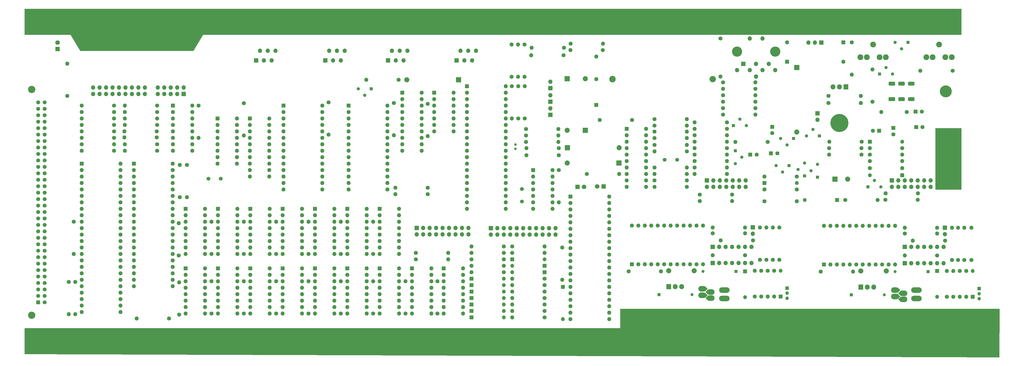
<source format=gbr>
%TF.GenerationSoftware,KiCad,Pcbnew,8.0.6+1*%
%TF.CreationDate,2024-11-20T11:24:00+01:00*%
%TF.ProjectId,QL_schematic,514c5f73-6368-4656-9d61-7469632e6b69,0*%
%TF.SameCoordinates,Original*%
%TF.FileFunction,Soldermask,Top*%
%TF.FilePolarity,Negative*%
%FSLAX46Y46*%
G04 Gerber Fmt 4.6, Leading zero omitted, Abs format (unit mm)*
G04 Created by KiCad (PCBNEW 8.0.6+1) date 2024-11-20 11:24:00*
%MOMM*%
%LPD*%
G01*
G04 APERTURE LIST*
G04 Aperture macros list*
%AMRoundRect*
0 Rectangle with rounded corners*
0 $1 Rounding radius*
0 $2 $3 $4 $5 $6 $7 $8 $9 X,Y pos of 4 corners*
0 Add a 4 corners polygon primitive as box body*
4,1,4,$2,$3,$4,$5,$6,$7,$8,$9,$2,$3,0*
0 Add four circle primitives for the rounded corners*
1,1,$1+$1,$2,$3*
1,1,$1+$1,$4,$5*
1,1,$1+$1,$6,$7*
1,1,$1+$1,$8,$9*
0 Add four rect primitives between the rounded corners*
20,1,$1+$1,$2,$3,$4,$5,0*
20,1,$1+$1,$4,$5,$6,$7,0*
20,1,$1+$1,$6,$7,$8,$9,0*
20,1,$1+$1,$8,$9,$2,$3,0*%
%AMRotRect*
0 Rectangle, with rotation*
0 The origin of the aperture is its center*
0 $1 length*
0 $2 width*
0 $3 Rotation angle, in degrees counterclockwise*
0 Add horizontal line*
21,1,$1,$2,0,0,$3*%
G04 Aperture macros list end*
%ADD10C,0.100000*%
%ADD11C,3.581000*%
%ADD12C,2.350446*%
%ADD13R,1.905000X2.000000*%
%ADD14O,1.905000X2.000000*%
%ADD15C,1.600000*%
%ADD16O,1.600000X1.600000*%
%ADD17R,1.600000X1.600000*%
%ADD18C,2.286000*%
%ADD19R,1.200000X1.200000*%
%ADD20C,1.200000*%
%ADD21R,1.500000X1.500000*%
%ADD22O,1.500000X1.500000*%
%ADD23R,1.700000X1.700000*%
%ADD24O,1.700000X1.700000*%
%ADD25R,1.350000X1.350000*%
%ADD26O,1.350000X1.350000*%
%ADD27RotRect,1.500000X1.500000X45.000000*%
%ADD28RoundRect,1.100000X0.400000X0.000010X-0.400000X0.000010X-0.400000X-0.000010X0.400000X-0.000010X0*%
%ADD29RoundRect,1.100000X-0.400000X-0.000010X0.400000X-0.000010X0.400000X0.000010X-0.400000X0.000010X0*%
%ADD30R,1.300000X1.300000*%
%ADD31C,1.300000*%
%ADD32R,2.000000X2.000000*%
%ADD33O,2.000000X2.000000*%
%ADD34C,1.000000*%
%ADD35RoundRect,1.100000X-0.975000X-0.000010X0.975000X-0.000010X0.975000X0.000010X-0.975000X0.000010X0*%
%ADD36R,1.800000X1.800000*%
%ADD37C,1.800000*%
%ADD38RoundRect,0.500000X-2.000000X-0.350000X2.000000X-0.350000X2.000000X0.350000X-2.000000X0.350000X0*%
%ADD39O,4.000000X4.000000*%
%ADD40C,2.000000*%
%ADD41C,1.500000*%
%ADD42C,2.850000*%
%ADD43RoundRect,0.249999X-0.525001X0.525001X-0.525001X-0.525001X0.525001X-0.525001X0.525001X0.525001X0*%
%ADD44C,1.550000*%
%ADD45O,2.500000X2.600000*%
%ADD46O,2.500000X2.500000*%
%ADD47R,2.600000X1.600000*%
%ADD48RoundRect,0.500000X0.800000X0.300000X-0.800000X0.300000X-0.800000X-0.300000X0.800000X-0.300000X0*%
G04 APERTURE END LIST*
D10*
X391160000Y-91440000D02*
X93345000Y-91440000D01*
X89535000Y-97790000D01*
X45085000Y-97790000D01*
X41275000Y-91440000D01*
X23241000Y-91440000D01*
X23241000Y-81280000D01*
X391160000Y-81280000D01*
X391160000Y-91440000D01*
G36*
X391160000Y-91440000D02*
G01*
X93345000Y-91440000D01*
X89535000Y-97790000D01*
X45085000Y-97790000D01*
X41275000Y-91440000D01*
X23241000Y-91440000D01*
X23241000Y-81280000D01*
X391160000Y-81280000D01*
X391160000Y-91440000D01*
G37*
D11*
X345071500Y-126238000D02*
G75*
G02*
X341490500Y-126238000I-1790500J0D01*
G01*
X341490500Y-126238000D02*
G75*
G02*
X345071500Y-126238000I1790500J0D01*
G01*
D10*
X381000000Y-128270000D02*
X391160000Y-128270000D01*
X391160000Y-152400000D01*
X381000000Y-152400000D01*
X381000000Y-128270000D01*
G36*
X381000000Y-128270000D02*
G01*
X391160000Y-128270000D01*
X391160000Y-152400000D01*
X381000000Y-152400000D01*
X381000000Y-128270000D01*
G37*
X406019000Y-218440000D02*
X23241000Y-217170000D01*
X23241000Y-207010000D01*
X257175000Y-207010000D01*
X257175000Y-199390000D01*
X406146000Y-199390000D01*
X406019000Y-218440000D01*
G36*
X406019000Y-218440000D02*
G01*
X23241000Y-217170000D01*
X23241000Y-207010000D01*
X257175000Y-207010000D01*
X257175000Y-199390000D01*
X406146000Y-199390000D01*
X406019000Y-218440000D01*
G37*
%TO.C,S3*%
D12*
X386239223Y-113792000D02*
G75*
G02*
X383888777Y-113792000I-1175223J0D01*
G01*
X383888777Y-113792000D02*
G75*
G02*
X386239223Y-113792000I1175223J0D01*
G01*
%TD*%
D13*
%TO.C,IC31*%
X276225000Y-190683000D03*
D14*
X278765000Y-190683000D03*
X281305000Y-190683000D03*
%TD*%
D15*
%TO.C,R47*%
X58420000Y-137160000D03*
D16*
X45720000Y-137160000D03*
%TD*%
D17*
%TO.C,C22*%
X358902000Y-129286000D03*
D15*
X356402000Y-129286000D03*
%TD*%
%TO.C,R56*%
X297585000Y-115310000D03*
D16*
X310285000Y-115310000D03*
%TD*%
D15*
%TO.C,R62*%
X211455000Y-185039000D03*
D16*
X198755000Y-185039000D03*
%TD*%
D18*
%TO.C,J10*%
X382397000Y-95330000D03*
X387397000Y-100330000D03*
X384897000Y-100330000D03*
X377397000Y-100330000D03*
X379897000Y-100330000D03*
%TD*%
D15*
%TO.C,C31*%
X283337000Y-137414000D03*
D16*
X270637000Y-137414000D03*
%TD*%
D19*
%TO.C,C10*%
X347980000Y-193929000D03*
D20*
X360934000Y-193929000D03*
%TD*%
D21*
%TO.C,D2*%
X227457000Y-182499000D03*
D22*
X214757000Y-182499000D03*
%TD*%
D23*
%TO.C,J201*%
X368935000Y-175006000D03*
D24*
X371475000Y-175006000D03*
X374015000Y-175006000D03*
X376555000Y-175006000D03*
X379095000Y-175006000D03*
X381635000Y-175006000D03*
X384175000Y-175006000D03*
%TD*%
D15*
%TO.C,R86*%
X244094000Y-146304000D03*
D16*
X256794000Y-146304000D03*
%TD*%
D15*
%TO.C,R48*%
X233045000Y-138938000D03*
D16*
X220345000Y-138938000D03*
%TD*%
D15*
%TO.C,R21*%
X227457000Y-195199000D03*
D16*
X214757000Y-195199000D03*
%TD*%
D25*
%TO.C,SW2*%
X398145000Y-191453000D03*
D26*
X398145000Y-193453000D03*
X398145000Y-195453000D03*
%TD*%
D21*
%TO.C,D1*%
X227457000Y-185039000D03*
D22*
X214757000Y-185039000D03*
%TD*%
D17*
%TO.C,IC5*%
X137287000Y-160020000D03*
D16*
X137287000Y-162560000D03*
X137287000Y-165100000D03*
X137287000Y-167640000D03*
X137287000Y-170180000D03*
X137287000Y-172720000D03*
X137287000Y-175260000D03*
X137287000Y-177800000D03*
X144907000Y-177800000D03*
X144907000Y-175260000D03*
X144907000Y-172720000D03*
X144907000Y-170180000D03*
X144907000Y-167640000D03*
X144907000Y-165100000D03*
X144907000Y-162560000D03*
X144907000Y-160020000D03*
%TD*%
D15*
%TO.C,R10*%
X235077000Y-96647000D03*
D16*
X222377000Y-96647000D03*
%TD*%
D17*
%TO.C,C41*%
X373166000Y-121793000D03*
D15*
X375666000Y-121793000D03*
%TD*%
%TO.C,R78*%
X75311000Y-134620000D03*
D16*
X62611000Y-134620000D03*
%TD*%
D15*
%TO.C,R44*%
X306197000Y-167386000D03*
D16*
X293497000Y-167386000D03*
%TD*%
D15*
%TO.C,DC24*%
X147447000Y-201295000D03*
D16*
X147447000Y-188595000D03*
%TD*%
D27*
%TO.C,L2*%
X290449000Y-191516000D03*
D28*
X289399000Y-191516000D03*
D27*
X291719000Y-192786000D03*
D29*
X292769000Y-192786000D03*
D27*
X290449000Y-194056000D03*
D28*
X289399000Y-194056000D03*
D27*
X291719000Y-195199000D03*
D29*
X292769000Y-195199000D03*
%TD*%
D15*
%TO.C,R29*%
X355219000Y-141224000D03*
D16*
X367919000Y-141224000D03*
%TD*%
D15*
%TO.C,C32*%
X286385000Y-143764000D03*
D16*
X299085000Y-143764000D03*
%TD*%
D15*
%TO.C,C48*%
X234950000Y-99568000D03*
D16*
X222250000Y-99568000D03*
%TD*%
D15*
%TO.C,C49*%
X319659000Y-180086000D03*
D16*
X319659000Y-167386000D03*
%TD*%
D30*
%TO.C,TR7*%
X329565000Y-147066000D03*
D31*
X327025000Y-144526000D03*
X329565000Y-141986000D03*
%TD*%
D15*
%TO.C,R58*%
X297585000Y-120390000D03*
D16*
X310285000Y-120390000D03*
%TD*%
D15*
%TO.C,R17*%
X220218000Y-128651000D03*
D16*
X232918000Y-128651000D03*
%TD*%
D15*
%TO.C,R20*%
X227457000Y-197739000D03*
D16*
X214757000Y-197739000D03*
%TD*%
D17*
%TO.C,IC16*%
X175387000Y-183515000D03*
D16*
X175387000Y-186055000D03*
X175387000Y-188595000D03*
X175387000Y-191135000D03*
X175387000Y-193675000D03*
X175387000Y-196215000D03*
X175387000Y-198755000D03*
X175387000Y-201295000D03*
X183007000Y-201295000D03*
X183007000Y-198755000D03*
X183007000Y-196215000D03*
X183007000Y-193675000D03*
X183007000Y-191135000D03*
X183007000Y-188595000D03*
X183007000Y-186055000D03*
X183007000Y-183515000D03*
%TD*%
D15*
%TO.C,R90*%
X217170000Y-124460000D03*
D16*
X217170000Y-111760000D03*
%TD*%
D15*
%TO.C,C19*%
X326517000Y-152400000D03*
D16*
X313817000Y-152400000D03*
%TD*%
D21*
%TO.C,D16*%
X313817000Y-149860000D03*
D22*
X326517000Y-149860000D03*
%TD*%
D15*
%TO.C,R49*%
X315087000Y-133705600D03*
D16*
X302387000Y-133705600D03*
%TD*%
D17*
%TO.C,IC13*%
X137287000Y-183515000D03*
D16*
X137287000Y-186055000D03*
X137287000Y-188595000D03*
X137287000Y-191135000D03*
X137287000Y-193675000D03*
X137287000Y-196215000D03*
X137287000Y-198755000D03*
X137287000Y-201295000D03*
X144907000Y-201295000D03*
X144907000Y-198755000D03*
X144907000Y-196215000D03*
X144907000Y-193675000D03*
X144907000Y-191135000D03*
X144907000Y-188595000D03*
X144907000Y-186055000D03*
X144907000Y-183515000D03*
%TD*%
D15*
%TO.C,DC20*%
X96647000Y-201295000D03*
D16*
X96647000Y-188595000D03*
%TD*%
D15*
%TO.C,C50*%
X395097000Y-180213000D03*
D16*
X395097000Y-167513000D03*
%TD*%
D15*
%TO.C,R32*%
X288417000Y-156972000D03*
D16*
X301117000Y-156972000D03*
%TD*%
D32*
%TO.C,C37*%
X326567800Y-104444800D03*
D33*
X326567800Y-129844800D03*
%TD*%
D15*
%TO.C,DC26*%
X172847000Y-201295000D03*
D16*
X172847000Y-188595000D03*
%TD*%
D23*
%TO.C,J6*%
X192913000Y-101600000D03*
D24*
X194437000Y-97790000D03*
X195961000Y-101600000D03*
X197485000Y-97790000D03*
X199009000Y-101600000D03*
X200533000Y-97790000D03*
%TD*%
D23*
%TO.C,M2*%
X309245000Y-167335200D03*
D24*
X309245000Y-169875200D03*
%TD*%
D15*
%TO.C,R92_2*%
X40005000Y-115570000D03*
D16*
X40005000Y-102870000D03*
%TD*%
D21*
%TO.C,D14*%
X306197000Y-184650000D03*
D22*
X306197000Y-194810000D03*
%TD*%
D30*
%TO.C,TR2*%
X370205000Y-94488000D03*
D31*
X367665000Y-97028000D03*
X365125000Y-94488000D03*
%TD*%
D15*
%TO.C,DC5*%
X181610000Y-118745000D03*
D16*
X181610000Y-131445000D03*
%TD*%
D15*
%TO.C,R92*%
X219583000Y-95377000D03*
D16*
X219583000Y-108077000D03*
%TD*%
D23*
%TO.C,HDB1*%
X291211000Y-148844000D03*
D24*
X293751000Y-148844000D03*
X296291000Y-148844000D03*
X298831000Y-148844000D03*
X301371000Y-148844000D03*
X303911000Y-148844000D03*
X306451000Y-148844000D03*
X291211000Y-151384000D03*
X293751000Y-151384000D03*
X296291000Y-151384000D03*
X298831000Y-151384000D03*
X301371000Y-151384000D03*
X303911000Y-151384000D03*
X306451000Y-151384000D03*
%TD*%
D15*
%TO.C,R63*%
X211455000Y-182499000D03*
D16*
X198755000Y-182499000D03*
%TD*%
D17*
%TO.C,C21*%
X308269000Y-138684000D03*
D15*
X310769000Y-138684000D03*
%TD*%
D23*
%TO.C,J2*%
X85725000Y-114845000D03*
D24*
X85725000Y-112305000D03*
X83185000Y-114845000D03*
X83185000Y-112305000D03*
X80645000Y-114845000D03*
X80645000Y-112305000D03*
X78105000Y-114845000D03*
X78105000Y-112305000D03*
X75565000Y-114845000D03*
X75565000Y-112305000D03*
X70485000Y-114845000D03*
X70485000Y-112305000D03*
X67945000Y-114845000D03*
X67945000Y-112305000D03*
X65405000Y-114845000D03*
X65405000Y-112305000D03*
X62865000Y-114845000D03*
X62865000Y-112305000D03*
X60325000Y-114845000D03*
X60325000Y-112305000D03*
X57785000Y-114845000D03*
X57785000Y-112305000D03*
X55245000Y-114845000D03*
X55245000Y-112305000D03*
X52705000Y-114845000D03*
X52705000Y-112305000D03*
X50165000Y-114845000D03*
X50165000Y-112305000D03*
%TD*%
D15*
%TO.C,C13*%
X312039000Y-180086000D03*
D16*
X312039000Y-167386000D03*
%TD*%
D15*
%TO.C,R74*%
X75184000Y-129540000D03*
D16*
X62484000Y-129540000D03*
%TD*%
D15*
%TO.C,C16*%
X368935000Y-169799000D03*
D16*
X381635000Y-169799000D03*
%TD*%
D15*
%TO.C,C34*%
X286385000Y-138684000D03*
D16*
X299085000Y-138684000D03*
%TD*%
D21*
%TO.C,D3*%
X214757000Y-179959000D03*
D22*
X227457000Y-179959000D03*
%TD*%
D15*
%TO.C,C43*%
X270637000Y-124714000D03*
D16*
X283337000Y-124714000D03*
%TD*%
D30*
%TO.C,TR5*%
X334645000Y-147574000D03*
D31*
X332105000Y-145034000D03*
X334645000Y-142494000D03*
%TD*%
D17*
%TO.C,IC18*%
X45720000Y-142240000D03*
D16*
X45720000Y-144780000D03*
X45720000Y-147320000D03*
X45720000Y-149860000D03*
X45720000Y-152400000D03*
X45720000Y-154940000D03*
X45720000Y-157480000D03*
X45720000Y-160020000D03*
X45720000Y-162560000D03*
X45720000Y-165100000D03*
X45720000Y-167640000D03*
X45720000Y-170180000D03*
X45720000Y-172720000D03*
X45720000Y-175260000D03*
X45720000Y-177800000D03*
X45720000Y-180340000D03*
X45720000Y-182880000D03*
X45720000Y-185420000D03*
X45720000Y-187960000D03*
X45720000Y-190500000D03*
X45720000Y-193040000D03*
X45720000Y-195580000D03*
X45720000Y-198120000D03*
X45720000Y-200660000D03*
X60960000Y-200660000D03*
X60960000Y-198120000D03*
X60960000Y-195580000D03*
X60960000Y-193040000D03*
X60960000Y-190500000D03*
X60960000Y-187960000D03*
X60960000Y-185420000D03*
X60960000Y-182880000D03*
X60960000Y-180340000D03*
X60960000Y-177800000D03*
X60960000Y-175260000D03*
X60960000Y-172720000D03*
X60960000Y-170180000D03*
X60960000Y-167640000D03*
X60960000Y-165100000D03*
X60960000Y-162560000D03*
X60960000Y-160020000D03*
X60960000Y-157480000D03*
X60960000Y-154940000D03*
X60960000Y-152400000D03*
X60960000Y-149860000D03*
X60960000Y-147320000D03*
X60960000Y-144780000D03*
X60960000Y-142240000D03*
%TD*%
D15*
%TO.C,C20*%
X361442000Y-153924000D03*
D16*
X374142000Y-153924000D03*
%TD*%
D17*
%TO.C,IC28*%
X259715000Y-128524000D03*
D16*
X259715000Y-131064000D03*
X259715000Y-133604000D03*
X259715000Y-136144000D03*
X259715000Y-138684000D03*
X259715000Y-141224000D03*
X259715000Y-143764000D03*
X259715000Y-146304000D03*
X259715000Y-148844000D03*
X259715000Y-151384000D03*
X267335000Y-151384000D03*
X267335000Y-148844000D03*
X267335000Y-146304000D03*
X267335000Y-143764000D03*
X267335000Y-141224000D03*
X267335000Y-138684000D03*
X267335000Y-136144000D03*
X267335000Y-133604000D03*
X267335000Y-131064000D03*
X267335000Y-128524000D03*
%TD*%
D15*
%TO.C,DC27*%
X185420000Y-201295000D03*
D16*
X185420000Y-188595000D03*
%TD*%
D23*
%TO.C,J4*%
X141351000Y-101600000D03*
D24*
X142875000Y-97790000D03*
X144399000Y-101600000D03*
X145923000Y-97790000D03*
X147447000Y-101600000D03*
X148971000Y-97790000D03*
%TD*%
D19*
%TO.C,C11*%
X302641000Y-184658000D03*
D20*
X289687000Y-184658000D03*
%TD*%
D15*
%TO.C,C26*%
X270637000Y-143764000D03*
D16*
X283337000Y-143764000D03*
%TD*%
D17*
%TO.C,C47*%
X364490000Y-128207888D03*
D15*
X364490000Y-130707888D03*
%TD*%
%TO.C,R18*%
X227457000Y-202819000D03*
D16*
X214757000Y-202819000D03*
%TD*%
D15*
%TO.C,C5*%
X306197000Y-178308000D03*
D16*
X293497000Y-178308000D03*
%TD*%
D15*
%TO.C,C46*%
X345567000Y-156591000D03*
D16*
X358267000Y-156591000D03*
%TD*%
D15*
%TO.C,R61*%
X237744000Y-94996000D03*
D16*
X250444000Y-94996000D03*
%TD*%
D15*
%TO.C,R23*%
X227457000Y-190119000D03*
D16*
X214757000Y-190119000D03*
%TD*%
D15*
%TO.C,R57*%
X297585000Y-117850000D03*
D16*
X310285000Y-117850000D03*
%TD*%
D15*
%TO.C,DC3*%
X142621000Y-118110000D03*
D16*
X142621000Y-130810000D03*
%TD*%
D34*
%TO.C,X2*%
X216027000Y-136398000D03*
X216027000Y-134698000D03*
%TD*%
D15*
%TO.C,L5*%
X369697000Y-121920000D03*
D16*
X359697000Y-121920000D03*
%TD*%
D15*
%TO.C,R33*%
X355219000Y-144018000D03*
D16*
X367919000Y-144018000D03*
%TD*%
D15*
%TO.C,R76*%
X75184000Y-131953000D03*
D16*
X62484000Y-131953000D03*
%TD*%
D15*
%TO.C,R51*%
X270637000Y-129674000D03*
D16*
X283337000Y-129674000D03*
%TD*%
D15*
%TO.C,R85*%
X261874000Y-125095000D03*
D16*
X249174000Y-125095000D03*
%TD*%
D15*
%TO.C,R40*%
X315087000Y-184404000D03*
D16*
X315087000Y-194564000D03*
%TD*%
D23*
%TO.C,J202*%
X368935000Y-181483000D03*
D24*
X371475000Y-181483000D03*
X374015000Y-181483000D03*
X376555000Y-181483000D03*
X379095000Y-181483000D03*
X381635000Y-181483000D03*
X384175000Y-181483000D03*
%TD*%
D15*
%TO.C,R15*%
X387731000Y-105664000D03*
D16*
X375031000Y-105664000D03*
%TD*%
D17*
%TO.C,D25*%
X322707000Y-102108000D03*
D16*
X322707000Y-94488000D03*
%TD*%
D15*
%TO.C,R80*%
X220218000Y-131191000D03*
D16*
X232918000Y-131191000D03*
%TD*%
D15*
%TO.C,DC16*%
X160147000Y-177800000D03*
D16*
X160147000Y-165100000D03*
%TD*%
D15*
%TO.C,R8*%
X217043000Y-108077000D03*
D16*
X217043000Y-95377000D03*
%TD*%
D17*
%TO.C,IC25*%
X184150000Y-114300000D03*
D16*
X184150000Y-116840000D03*
X184150000Y-119380000D03*
X184150000Y-121920000D03*
X184150000Y-124460000D03*
X184150000Y-127000000D03*
X184150000Y-129540000D03*
X191770000Y-129540000D03*
X191770000Y-127000000D03*
X191770000Y-124460000D03*
X191770000Y-121920000D03*
X191770000Y-119380000D03*
X191770000Y-116840000D03*
X191770000Y-114300000D03*
%TD*%
D15*
%TO.C,R12*%
X339217000Y-136144000D03*
D16*
X351917000Y-136144000D03*
%TD*%
D17*
%TO.C,IC33*%
X124968000Y-119380000D03*
D16*
X124968000Y-121920000D03*
X124968000Y-124460000D03*
X124968000Y-127000000D03*
X124968000Y-129540000D03*
X124968000Y-132080000D03*
X124968000Y-134620000D03*
X124968000Y-137160000D03*
X124968000Y-139700000D03*
X124968000Y-142240000D03*
X124968000Y-144780000D03*
X124968000Y-147320000D03*
X124968000Y-149860000D03*
X124968000Y-152400000D03*
X140208000Y-152400000D03*
X140208000Y-149860000D03*
X140208000Y-147320000D03*
X140208000Y-144780000D03*
X140208000Y-142240000D03*
X140208000Y-139700000D03*
X140208000Y-137160000D03*
X140208000Y-134620000D03*
X140208000Y-132080000D03*
X140208000Y-129540000D03*
X140208000Y-127000000D03*
X140208000Y-124460000D03*
X140208000Y-121920000D03*
X140208000Y-119380000D03*
%TD*%
D17*
%TO.C,IC10*%
X99187000Y-183515000D03*
D16*
X99187000Y-186055000D03*
X99187000Y-188595000D03*
X99187000Y-191135000D03*
X99187000Y-193675000D03*
X99187000Y-196215000D03*
X99187000Y-198755000D03*
X99187000Y-201295000D03*
X106807000Y-201295000D03*
X106807000Y-198755000D03*
X106807000Y-196215000D03*
X106807000Y-193675000D03*
X106807000Y-191135000D03*
X106807000Y-188595000D03*
X106807000Y-186055000D03*
X106807000Y-183515000D03*
%TD*%
D15*
%TO.C,R54*%
X270637000Y-132214000D03*
D16*
X283337000Y-132214000D03*
%TD*%
D15*
%TO.C,R35*%
X385445000Y-194691000D03*
D16*
X385445000Y-184531000D03*
%TD*%
D15*
%TO.C,C44*%
X338963000Y-115570000D03*
D16*
X351663000Y-115570000D03*
%TD*%
D15*
%TO.C,R104*%
X326517000Y-147320000D03*
D16*
X313817000Y-147320000D03*
%TD*%
D21*
%TO.C,D10*%
X198755000Y-190119000D03*
D22*
X211455000Y-190119000D03*
%TD*%
D15*
%TO.C,R72*%
X75311000Y-127000000D03*
D16*
X62611000Y-127000000D03*
%TD*%
D17*
%TO.C,IC3*%
X111887000Y-160020000D03*
D16*
X111887000Y-162560000D03*
X111887000Y-165100000D03*
X111887000Y-167640000D03*
X111887000Y-170180000D03*
X111887000Y-172720000D03*
X111887000Y-175260000D03*
X111887000Y-177800000D03*
X119507000Y-177800000D03*
X119507000Y-175260000D03*
X119507000Y-172720000D03*
X119507000Y-170180000D03*
X119507000Y-167640000D03*
X119507000Y-165100000D03*
X119507000Y-162560000D03*
X119507000Y-160020000D03*
%TD*%
D15*
%TO.C,C45*%
X286385000Y-131064000D03*
D16*
X299085000Y-131064000D03*
%TD*%
D13*
%TO.C,U35*%
X345821000Y-112014000D03*
D14*
X343281000Y-112014000D03*
X340741000Y-112014000D03*
%TD*%
D21*
%TO.C,D12*%
X320167000Y-194564000D03*
D22*
X320167000Y-184404000D03*
%TD*%
D23*
%TO.C,J101*%
X293497000Y-175006000D03*
D24*
X296037000Y-175006000D03*
X298577000Y-175006000D03*
X301117000Y-175006000D03*
X303657000Y-175006000D03*
X306197000Y-175006000D03*
X308737000Y-175006000D03*
%TD*%
D23*
%TO.C,J3*%
X114173000Y-101600000D03*
D24*
X115697000Y-97790000D03*
X117221000Y-101600000D03*
X118745000Y-97790000D03*
X120269000Y-101600000D03*
X121793000Y-97790000D03*
%TD*%
D15*
%TO.C,R88*%
X310261000Y-112770000D03*
D16*
X297561000Y-112770000D03*
%TD*%
D15*
%TO.C,R25*%
X283337000Y-151384000D03*
D16*
X270637000Y-151384000D03*
%TD*%
D18*
%TO.C,J9*%
X356529000Y-95330000D03*
X361529000Y-100330000D03*
X359029000Y-100330000D03*
X351529000Y-100330000D03*
X354029000Y-100330000D03*
%TD*%
D15*
%TO.C,R98*%
X234442000Y-175260000D03*
D16*
X234442000Y-187960000D03*
%TD*%
D21*
%TO.C,D13*%
X395605000Y-194691000D03*
D22*
X395605000Y-184531000D03*
%TD*%
D15*
%TO.C,R42*%
X314579000Y-180086000D03*
D16*
X314579000Y-167386000D03*
%TD*%
D35*
%TO.C,L6*%
X298103000Y-192024000D03*
X298103000Y-195326000D03*
%TD*%
D36*
%TO.C,D27_2*%
X36195000Y-97155000D03*
D37*
X36195000Y-94615000D03*
%TD*%
D15*
%TO.C,R65*%
X211455000Y-177419000D03*
D16*
X198755000Y-177419000D03*
%TD*%
D21*
%TO.C,D8*%
X198755000Y-195199000D03*
D22*
X211455000Y-195199000D03*
%TD*%
D15*
%TO.C,R1*%
X58420000Y-132080000D03*
D16*
X45720000Y-132080000D03*
%TD*%
D38*
%TO.C,EC1*%
X387223000Y-131318000D03*
X387223000Y-133858000D03*
X387223000Y-136398000D03*
X387223000Y-138938000D03*
X387223000Y-141478000D03*
X387223000Y-144018000D03*
X387223000Y-146558000D03*
X387223000Y-149098000D03*
%TD*%
D15*
%TO.C,R68*%
X176911000Y-177419000D03*
D16*
X189611000Y-177419000D03*
%TD*%
D15*
%TO.C,C33*%
X299085000Y-136144000D03*
D16*
X286385000Y-136144000D03*
%TD*%
D36*
%TO.C,D20_1*%
X240411000Y-151384000D03*
D37*
X242951000Y-151384000D03*
%TD*%
D17*
%TO.C,IC26*%
X223012000Y-144780000D03*
D16*
X223012000Y-147320000D03*
X223012000Y-149860000D03*
X223012000Y-152400000D03*
X223012000Y-154940000D03*
X223012000Y-157480000D03*
X223012000Y-160020000D03*
X230632000Y-160020000D03*
X230632000Y-157480000D03*
X230632000Y-154940000D03*
X230632000Y-152400000D03*
X230632000Y-149860000D03*
X230632000Y-147320000D03*
X230632000Y-144780000D03*
%TD*%
D15*
%TO.C,R45*%
X381635000Y-167513000D03*
D16*
X368935000Y-167513000D03*
%TD*%
D17*
%TO.C,IC19*%
X81534000Y-119380000D03*
D16*
X81534000Y-121920000D03*
X81534000Y-124460000D03*
X81534000Y-127000000D03*
X81534000Y-129540000D03*
X81534000Y-132080000D03*
X81534000Y-134620000D03*
X81534000Y-137160000D03*
X89154000Y-137160000D03*
X89154000Y-134620000D03*
X89154000Y-132080000D03*
X89154000Y-129540000D03*
X89154000Y-127000000D03*
X89154000Y-124460000D03*
X89154000Y-121920000D03*
X89154000Y-119380000D03*
%TD*%
D17*
%TO.C,IC30*%
X337185000Y-181991000D03*
D16*
X339725000Y-181991000D03*
X342265000Y-181991000D03*
X344805000Y-181991000D03*
X347345000Y-181991000D03*
X349885000Y-181991000D03*
X352425000Y-181991000D03*
X354965000Y-181991000D03*
X357505000Y-181991000D03*
X360045000Y-181991000D03*
X362585000Y-181991000D03*
X365125000Y-181991000D03*
X365125000Y-166751000D03*
X362585000Y-166751000D03*
X360045000Y-166751000D03*
X357505000Y-166751000D03*
X354965000Y-166751000D03*
X352425000Y-166751000D03*
X349885000Y-166751000D03*
X347345000Y-166751000D03*
X344805000Y-166751000D03*
X342265000Y-166751000D03*
X339725000Y-166751000D03*
X337185000Y-166751000D03*
%TD*%
D24*
%TO.C,J7*%
X313055000Y-92950000D03*
D23*
X305555000Y-102950000D03*
D24*
X310555000Y-102950000D03*
X315555000Y-102950000D03*
X308095000Y-105450000D03*
X313055000Y-105450000D03*
X303055000Y-105450000D03*
X318055000Y-105450000D03*
X310555000Y-107950000D03*
D39*
X318055000Y-98150000D03*
D24*
X308055000Y-92950000D03*
D39*
X303055000Y-98150000D03*
%TD*%
D30*
%TO.C,TR4*%
X354457000Y-151384000D03*
D31*
X356997000Y-148844000D03*
X359537000Y-151384000D03*
%TD*%
D21*
%TO.C,D29*%
X355219000Y-133604000D03*
D22*
X367919000Y-133604000D03*
%TD*%
D15*
%TO.C,C18*%
X335915000Y-184785000D03*
D16*
X348615000Y-184785000D03*
%TD*%
D17*
%TO.C,IC7*%
X162687000Y-160020000D03*
D16*
X162687000Y-162560000D03*
X162687000Y-165100000D03*
X162687000Y-167640000D03*
X162687000Y-170180000D03*
X162687000Y-172720000D03*
X162687000Y-175260000D03*
X162687000Y-177800000D03*
X170307000Y-177800000D03*
X170307000Y-175260000D03*
X170307000Y-172720000D03*
X170307000Y-170180000D03*
X170307000Y-167640000D03*
X170307000Y-165100000D03*
X170307000Y-162560000D03*
X170307000Y-160020000D03*
%TD*%
D15*
%TO.C,R96*%
X170180000Y-109220000D03*
D16*
X157480000Y-109220000D03*
%TD*%
D23*
%TO.C,J8*%
X336169000Y-94570000D03*
D24*
X333629000Y-94570000D03*
X331089000Y-94570000D03*
%TD*%
D15*
%TO.C,DC15*%
X147447000Y-177800000D03*
D16*
X147447000Y-165100000D03*
%TD*%
D15*
%TO.C,R13*%
X338963000Y-118364000D03*
D16*
X351663000Y-118364000D03*
%TD*%
D15*
%TO.C,R100*%
X309372000Y-172466000D03*
D16*
X296672000Y-172466000D03*
%TD*%
D25*
%TO.C,SW1*%
X322707000Y-191262000D03*
D26*
X322707000Y-193262000D03*
X322707000Y-195262000D03*
%TD*%
D15*
%TO.C,R91*%
X220218000Y-133731000D03*
D16*
X232918000Y-133731000D03*
%TD*%
D17*
%TO.C,C42*%
X373420000Y-127889000D03*
D15*
X375920000Y-127889000D03*
%TD*%
D13*
%TO.C,IC32*%
X351663000Y-190810000D03*
D14*
X354203000Y-190810000D03*
X356743000Y-190810000D03*
%TD*%
D17*
%TO.C,IC6*%
X149987000Y-160020000D03*
D16*
X149987000Y-162560000D03*
X149987000Y-165100000D03*
X149987000Y-167640000D03*
X149987000Y-170180000D03*
X149987000Y-172720000D03*
X149987000Y-175260000D03*
X149987000Y-177800000D03*
X157607000Y-177800000D03*
X157607000Y-175260000D03*
X157607000Y-172720000D03*
X157607000Y-170180000D03*
X157607000Y-167640000D03*
X157607000Y-165100000D03*
X157607000Y-162560000D03*
X157607000Y-160020000D03*
%TD*%
D17*
%TO.C,IC9*%
X86487000Y-183515000D03*
D16*
X86487000Y-186055000D03*
X86487000Y-188595000D03*
X86487000Y-191135000D03*
X86487000Y-193675000D03*
X86487000Y-196215000D03*
X86487000Y-198755000D03*
X86487000Y-201295000D03*
X94107000Y-201295000D03*
X94107000Y-198755000D03*
X94107000Y-196215000D03*
X94107000Y-193675000D03*
X94107000Y-191135000D03*
X94107000Y-188595000D03*
X94107000Y-186055000D03*
X94107000Y-183515000D03*
%TD*%
D32*
%TO.C,C23*%
X243459000Y-129159000D03*
D33*
X243459000Y-108839000D03*
%TD*%
D17*
%TO.C,IC29*%
X261747000Y-181864000D03*
D16*
X264287000Y-181864000D03*
X266827000Y-181864000D03*
X269367000Y-181864000D03*
X271907000Y-181864000D03*
X274447000Y-181864000D03*
X276987000Y-181864000D03*
X279527000Y-181864000D03*
X282067000Y-181864000D03*
X284607000Y-181864000D03*
X287147000Y-181864000D03*
X289687000Y-181864000D03*
X289687000Y-166624000D03*
X287147000Y-166624000D03*
X284607000Y-166624000D03*
X282067000Y-166624000D03*
X279527000Y-166624000D03*
X276987000Y-166624000D03*
X274447000Y-166624000D03*
X271907000Y-166624000D03*
X269367000Y-166624000D03*
X266827000Y-166624000D03*
X264287000Y-166624000D03*
X261747000Y-166624000D03*
%TD*%
D15*
%TO.C,R28*%
X288417000Y-154432000D03*
D16*
X301117000Y-154432000D03*
%TD*%
D15*
%TO.C,R77*%
X75311000Y-121920000D03*
D16*
X62611000Y-121920000D03*
%TD*%
D15*
%TO.C,R34*%
X310007000Y-194564000D03*
D16*
X310007000Y-184404000D03*
%TD*%
D15*
%TO.C,R55*%
X286385000Y-133604000D03*
D16*
X299085000Y-133604000D03*
%TD*%
D15*
%TO.C,R9*%
X214503000Y-108077000D03*
D16*
X214503000Y-95377000D03*
%TD*%
D15*
%TO.C,C15*%
X293497000Y-169672000D03*
D16*
X306197000Y-169672000D03*
%TD*%
D32*
%TO.C,C39*%
X341503000Y-148336000D03*
D40*
X346503000Y-148336000D03*
%TD*%
D32*
%TO.C,C25*%
X256717800Y-141986000D03*
D33*
X236397800Y-141986000D03*
%TD*%
D15*
%TO.C,R59*%
X297585000Y-122930000D03*
D16*
X310285000Y-122930000D03*
%TD*%
D15*
%TO.C,C29*%
X270637000Y-134874000D03*
D16*
X283337000Y-134874000D03*
%TD*%
D15*
%TO.C,DC25*%
X160147000Y-201295000D03*
D16*
X160147000Y-188595000D03*
%TD*%
D30*
%TO.C,TR1*%
X325247000Y-132334000D03*
D31*
X322707000Y-134874000D03*
X320167000Y-132334000D03*
%TD*%
D15*
%TO.C,R97*%
X214757000Y-177419000D03*
D16*
X227457000Y-177419000D03*
%TD*%
D23*
%TO.C,M3*%
X384683000Y-167487600D03*
D24*
X384683000Y-170027600D03*
%TD*%
D15*
%TO.C,C30*%
X286385000Y-141224000D03*
D16*
X299085000Y-141224000D03*
%TD*%
D17*
%TO.C,IC23*%
X196977000Y-111760000D03*
D16*
X196977000Y-114300000D03*
X196977000Y-116840000D03*
X196977000Y-119380000D03*
X196977000Y-121920000D03*
X196977000Y-124460000D03*
X196977000Y-127000000D03*
X196977000Y-129540000D03*
X196977000Y-132080000D03*
X196977000Y-134620000D03*
X196977000Y-137160000D03*
X196977000Y-139700000D03*
X196977000Y-142240000D03*
X196977000Y-144780000D03*
X196977000Y-147320000D03*
X196977000Y-149860000D03*
X196977000Y-152400000D03*
X196977000Y-154940000D03*
X196977000Y-157480000D03*
X196977000Y-160020000D03*
X212217000Y-160020000D03*
X212217000Y-157480000D03*
X212217000Y-154940000D03*
X212217000Y-152400000D03*
X212217000Y-149860000D03*
X212217000Y-147320000D03*
X212217000Y-144780000D03*
X212217000Y-142240000D03*
X212217000Y-139700000D03*
X212217000Y-137160000D03*
X212217000Y-134620000D03*
X212217000Y-132080000D03*
X212217000Y-129540000D03*
X212217000Y-127000000D03*
X212217000Y-124460000D03*
X212217000Y-121920000D03*
X212217000Y-119380000D03*
X212217000Y-116840000D03*
X212217000Y-114300000D03*
X212217000Y-111760000D03*
%TD*%
D30*
%TO.C,TR6*%
X302387000Y-137160000D03*
D31*
X304927000Y-139700000D03*
X302387000Y-142240000D03*
%TD*%
D15*
%TO.C,C27*%
X270637000Y-148844000D03*
D16*
X283337000Y-148844000D03*
%TD*%
D36*
%TO.C,D21_1*%
X250698000Y-151257000D03*
D37*
X248158000Y-151257000D03*
%TD*%
D19*
%TO.C,C9*%
X272479888Y-193802000D03*
D20*
X285433888Y-193802000D03*
%TD*%
D15*
%TO.C,R67*%
X214757000Y-174879000D03*
D16*
X227457000Y-174879000D03*
%TD*%
D15*
%TO.C,C53*%
X181610000Y-151765000D03*
D16*
X168910000Y-151765000D03*
%TD*%
D15*
%TO.C,R89*%
X219710000Y-124460000D03*
D16*
X219710000Y-111760000D03*
%TD*%
D15*
%TO.C,R46*%
X181610000Y-154305000D03*
D16*
X168910000Y-154305000D03*
%TD*%
D41*
%TO.C,X3*%
X279527000Y-140716000D03*
X274647000Y-140716000D03*
%TD*%
D15*
%TO.C,DC13*%
X122047000Y-177800000D03*
D16*
X122047000Y-165100000D03*
%TD*%
D15*
%TO.C,R101*%
X384810000Y-172593000D03*
D16*
X372110000Y-172593000D03*
%TD*%
D24*
%TO.C,J11*%
X177292000Y-170120000D03*
D23*
X177292000Y-167580000D03*
D24*
X179832000Y-170120000D03*
X179832000Y-167580000D03*
X182372000Y-170120000D03*
X182372000Y-167580000D03*
X184912000Y-170120000D03*
X184912000Y-167580000D03*
X187452000Y-170120000D03*
X187452000Y-167580000D03*
X189992000Y-170120000D03*
X189992000Y-167580000D03*
X192532000Y-170120000D03*
X192532000Y-167580000D03*
X195072000Y-170120000D03*
X195072000Y-167580000D03*
X197612000Y-170120000D03*
X197612000Y-167580000D03*
%TD*%
D15*
%TO.C,R103*%
X313817000Y-157099000D03*
D16*
X326517000Y-157099000D03*
%TD*%
D40*
%TO.C,DC29*%
X361696000Y-184531000D03*
X351696000Y-184531000D03*
%TD*%
%TO.C,DC28*%
X286225000Y-184404000D03*
X276225000Y-184404000D03*
%TD*%
D15*
%TO.C,DC21*%
X109347000Y-201295000D03*
D16*
X109347000Y-188595000D03*
%TD*%
D15*
%TO.C,C6*%
X381635000Y-178435000D03*
D16*
X368935000Y-178435000D03*
%TD*%
D21*
%TO.C,D5*%
X198755000Y-202819000D03*
D22*
X211455000Y-202819000D03*
%TD*%
D15*
%TO.C,C17*%
X260477000Y-184658000D03*
D16*
X273177000Y-184658000D03*
%TD*%
D15*
%TO.C,R69*%
X176911000Y-179959000D03*
D16*
X189611000Y-179959000D03*
%TD*%
D15*
%TO.C,DC6*%
X214630000Y-111760000D03*
D16*
X214630000Y-124460000D03*
%TD*%
D23*
%TO.C,J5*%
X165989000Y-101600000D03*
D24*
X167513000Y-97790000D03*
X169037000Y-101600000D03*
X170561000Y-97790000D03*
X172085000Y-101600000D03*
X173609000Y-97790000D03*
%TD*%
D17*
%TO.C,IC4*%
X124587000Y-160020000D03*
D16*
X124587000Y-162560000D03*
X124587000Y-165100000D03*
X124587000Y-167640000D03*
X124587000Y-170180000D03*
X124587000Y-172720000D03*
X124587000Y-175260000D03*
X124587000Y-177800000D03*
X132207000Y-177800000D03*
X132207000Y-175260000D03*
X132207000Y-172720000D03*
X132207000Y-170180000D03*
X132207000Y-167640000D03*
X132207000Y-165100000D03*
X132207000Y-162560000D03*
X132207000Y-160020000D03*
%TD*%
D15*
%TO.C,R37*%
X387985000Y-194691000D03*
D16*
X387985000Y-184531000D03*
%TD*%
D15*
%TO.C,R95*%
X351917000Y-138684000D03*
D16*
X339217000Y-138684000D03*
%TD*%
D17*
%TO.C,IC11*%
X111887000Y-183515000D03*
D16*
X111887000Y-186055000D03*
X111887000Y-188595000D03*
X111887000Y-191135000D03*
X111887000Y-193675000D03*
X111887000Y-196215000D03*
X111887000Y-198755000D03*
X111887000Y-201295000D03*
X119507000Y-201295000D03*
X119507000Y-198755000D03*
X119507000Y-196215000D03*
X119507000Y-193675000D03*
X119507000Y-191135000D03*
X119507000Y-188595000D03*
X119507000Y-186055000D03*
X119507000Y-183515000D03*
%TD*%
D17*
%TO.C,IC1*%
X86487000Y-160020000D03*
D16*
X86487000Y-162560000D03*
X86487000Y-165100000D03*
X86487000Y-167640000D03*
X86487000Y-170180000D03*
X86487000Y-172720000D03*
X86487000Y-175260000D03*
X86487000Y-177800000D03*
X94107000Y-177800000D03*
X94107000Y-175260000D03*
X94107000Y-172720000D03*
X94107000Y-170180000D03*
X94107000Y-167640000D03*
X94107000Y-165100000D03*
X94107000Y-162560000D03*
X94107000Y-160020000D03*
%TD*%
D23*
%TO.C,D27*%
X229743000Y-112522000D03*
D24*
X229743000Y-109982000D03*
%TD*%
D21*
%TO.C,D9*%
X198755000Y-192659000D03*
D22*
X211455000Y-192659000D03*
%TD*%
D15*
%TO.C,C14*%
X387477000Y-180213000D03*
D16*
X387477000Y-167513000D03*
%TD*%
D15*
%TO.C,R26*%
X299085000Y-146354800D03*
D16*
X286385000Y-146354800D03*
%TD*%
D30*
%TO.C,TR3*%
X323469000Y-143002000D03*
D31*
X320929000Y-145542000D03*
X318389000Y-143002000D03*
%TD*%
D42*
%TO.C,J1*%
X26035000Y-201940000D03*
X26035000Y-113040000D03*
D43*
X28575000Y-196850000D03*
D44*
X28575000Y-194310000D03*
X28575000Y-191770000D03*
X28575000Y-189230000D03*
X28575000Y-186690000D03*
X28575000Y-184150000D03*
X28575000Y-181610000D03*
X28575000Y-179070000D03*
X28575000Y-176530000D03*
X28575000Y-173990000D03*
X28575000Y-171450000D03*
X28575000Y-168910000D03*
X28575000Y-166370000D03*
X28575000Y-163830000D03*
X28575000Y-161290000D03*
X28575000Y-158750000D03*
X28575000Y-156210000D03*
X28575000Y-153670000D03*
X28575000Y-151130000D03*
X28575000Y-148590000D03*
X28575000Y-146050000D03*
X28575000Y-143510000D03*
X28575000Y-140970000D03*
X28575000Y-138430000D03*
X28575000Y-135890000D03*
X28575000Y-133350000D03*
X28575000Y-130810000D03*
X28575000Y-128270000D03*
X28575000Y-125730000D03*
X28575000Y-123190000D03*
X28575000Y-120650000D03*
X28575000Y-118110000D03*
X31115000Y-196850000D03*
X31115000Y-194310000D03*
X31115000Y-191770000D03*
X31115000Y-189230000D03*
X31115000Y-186690000D03*
X31115000Y-184150000D03*
X31115000Y-181610000D03*
X31115000Y-179070000D03*
X31115000Y-176530000D03*
X31115000Y-173990000D03*
X31115000Y-171450000D03*
X31115000Y-168910000D03*
X31115000Y-166370000D03*
X31115000Y-163830000D03*
X31115000Y-161290000D03*
X31115000Y-158750000D03*
X31115000Y-156210000D03*
X31115000Y-153670000D03*
X31115000Y-151130000D03*
X31115000Y-148590000D03*
X31115000Y-146050000D03*
X31115000Y-143510000D03*
X31115000Y-140970000D03*
X31115000Y-138430000D03*
X31115000Y-135890000D03*
X31115000Y-133350000D03*
X31115000Y-130810000D03*
X31115000Y-128270000D03*
X31115000Y-125730000D03*
X31115000Y-123190000D03*
X31115000Y-120650000D03*
X31115000Y-118110000D03*
%TD*%
D15*
%TO.C,DC10*%
X83820000Y-178435000D03*
D16*
X83820000Y-165735000D03*
%TD*%
D21*
%TO.C,D7*%
X198755000Y-197739000D03*
D22*
X211455000Y-197739000D03*
%TD*%
D17*
%TO.C,IC12*%
X124587000Y-183515000D03*
D16*
X124587000Y-186055000D03*
X124587000Y-188595000D03*
X124587000Y-191135000D03*
X124587000Y-193675000D03*
X124587000Y-196215000D03*
X124587000Y-198755000D03*
X124587000Y-201295000D03*
X132207000Y-201295000D03*
X132207000Y-198755000D03*
X132207000Y-196215000D03*
X132207000Y-193675000D03*
X132207000Y-191135000D03*
X132207000Y-188595000D03*
X132207000Y-186055000D03*
X132207000Y-183515000D03*
%TD*%
D15*
%TO.C,R22*%
X227457000Y-192659000D03*
D16*
X214757000Y-192659000D03*
%TD*%
D15*
%TO.C,C1*%
X233045000Y-136144000D03*
D16*
X220345000Y-136144000D03*
%TD*%
D15*
%TO.C,R53*%
X299085000Y-128524000D03*
D16*
X286385000Y-128524000D03*
%TD*%
D15*
%TO.C,R36*%
X312547000Y-194564000D03*
D16*
X312547000Y-184404000D03*
%TD*%
D19*
%TO.C,C12*%
X378079000Y-184785000D03*
D20*
X365125000Y-184785000D03*
%TD*%
D15*
%TO.C,R75*%
X75311000Y-137160000D03*
D16*
X62611000Y-137160000D03*
%TD*%
D15*
%TO.C,R71*%
X40640000Y-188849000D03*
D16*
X40640000Y-201549000D03*
%TD*%
D15*
%TO.C,R7*%
X45720000Y-134620000D03*
D16*
X58420000Y-134620000D03*
%TD*%
D15*
%TO.C,R3*%
X58420000Y-124460000D03*
D16*
X45720000Y-124460000D03*
%TD*%
D15*
%TO.C,C52*%
X392303000Y-180213000D03*
D16*
X392303000Y-167513000D03*
%TD*%
D15*
%TO.C,DC2*%
X109347000Y-118491000D03*
D16*
X109347000Y-131191000D03*
%TD*%
D17*
%TO.C,IC34*%
X150495000Y-119380000D03*
D16*
X150495000Y-121920000D03*
X150495000Y-124460000D03*
X150495000Y-127000000D03*
X150495000Y-129540000D03*
X150495000Y-132080000D03*
X150495000Y-134620000D03*
X150495000Y-137160000D03*
X150495000Y-139700000D03*
X150495000Y-142240000D03*
X150495000Y-144780000D03*
X150495000Y-147320000D03*
X150495000Y-149860000D03*
X150495000Y-152400000D03*
X165735000Y-152400000D03*
X165735000Y-149860000D03*
X165735000Y-147320000D03*
X165735000Y-144780000D03*
X165735000Y-142240000D03*
X165735000Y-139700000D03*
X165735000Y-137160000D03*
X165735000Y-134620000D03*
X165735000Y-132080000D03*
X165735000Y-129540000D03*
X165735000Y-127000000D03*
X165735000Y-124460000D03*
X165735000Y-121920000D03*
X165735000Y-119380000D03*
%TD*%
D15*
%TO.C,R27*%
X355219000Y-138684000D03*
D16*
X367919000Y-138684000D03*
%TD*%
D15*
%TO.C,DC4*%
X168275000Y-118364000D03*
D16*
X168275000Y-131064000D03*
%TD*%
D15*
%TO.C,C51*%
X317119000Y-180086000D03*
D16*
X317119000Y-167386000D03*
%TD*%
D15*
%TO.C,R38*%
X317627000Y-184404000D03*
D16*
X317627000Y-194564000D03*
%TD*%
D23*
%TO.C,LS1*%
X334645000Y-122428000D03*
D24*
X334645000Y-124968000D03*
%TD*%
D15*
%TO.C,R102*%
X361315000Y-156464000D03*
D16*
X374015000Y-156464000D03*
%TD*%
D15*
%TO.C,R66*%
X211455000Y-174879000D03*
D16*
X198755000Y-174879000D03*
%TD*%
D21*
%TO.C,D6*%
X198755000Y-200279000D03*
D22*
X211455000Y-200279000D03*
%TD*%
D21*
%TO.C,D4*%
X234696000Y-190754000D03*
D22*
X234696000Y-203454000D03*
%TD*%
D17*
%TO.C,IC2*%
X99187000Y-160020000D03*
D16*
X99187000Y-162560000D03*
X99187000Y-165100000D03*
X99187000Y-167640000D03*
X99187000Y-170180000D03*
X99187000Y-172720000D03*
X99187000Y-175260000D03*
X99187000Y-177800000D03*
X106807000Y-177800000D03*
X106807000Y-175260000D03*
X106807000Y-172720000D03*
X106807000Y-170180000D03*
X106807000Y-167640000D03*
X106807000Y-165100000D03*
X106807000Y-162560000D03*
X106807000Y-160020000D03*
%TD*%
D15*
%TO.C,R70*%
X86995000Y-142748000D03*
D16*
X86995000Y-155448000D03*
%TD*%
D15*
%TO.C,R43*%
X389890000Y-180213000D03*
D16*
X389890000Y-167513000D03*
%TD*%
D15*
%TO.C,R39*%
X393065000Y-184531000D03*
D16*
X393065000Y-194691000D03*
%TD*%
D15*
%TO.C,DC22*%
X122047000Y-201295000D03*
D16*
X122047000Y-188595000D03*
%TD*%
D15*
%TO.C,R41*%
X390525000Y-184531000D03*
D16*
X390525000Y-194691000D03*
%TD*%
D27*
%TO.C,L4*%
X366141000Y-192024000D03*
D28*
X365091000Y-192024000D03*
D27*
X367411000Y-193294000D03*
D29*
X368461000Y-193294000D03*
D27*
X366141000Y-194564000D03*
D28*
X365091000Y-194564000D03*
D27*
X367411000Y-195707000D03*
D29*
X368461000Y-195707000D03*
%TD*%
D15*
%TO.C,R2*%
X58420000Y-129540000D03*
D16*
X45720000Y-129540000D03*
%TD*%
D15*
%TO.C,R105*%
X374142000Y-153924000D03*
D16*
X361442000Y-153924000D03*
%TD*%
D35*
%TO.C,L9*%
X373541000Y-192024000D03*
X373541000Y-195326000D03*
%TD*%
D15*
%TO.C,R5*%
X58420000Y-119380000D03*
D16*
X45720000Y-119380000D03*
%TD*%
D32*
%TO.C,C35*%
X236397800Y-108813600D03*
D33*
X236397800Y-129133600D03*
%TD*%
D15*
%TO.C,R79*%
X75311000Y-119380000D03*
D16*
X62611000Y-119380000D03*
%TD*%
D30*
%TO.C,IC36*%
X359029000Y-106934000D03*
D31*
X361569000Y-104394000D03*
X364109000Y-106934000D03*
%TD*%
D15*
%TO.C,R87*%
X297585000Y-110230000D03*
D16*
X310285000Y-110230000D03*
%TD*%
D15*
%TO.C,DC14*%
X134747000Y-177800000D03*
D16*
X134747000Y-165100000D03*
%TD*%
D17*
%TO.C,C40*%
X316397000Y-138176000D03*
D15*
X318897000Y-138176000D03*
%TD*%
%TO.C,DC18*%
X80010000Y-203200000D03*
D16*
X67310000Y-203200000D03*
%TD*%
D23*
%TO.C,J102*%
X293497000Y-181356000D03*
D24*
X296037000Y-181356000D03*
X298577000Y-181356000D03*
X301117000Y-181356000D03*
X303657000Y-181356000D03*
X306197000Y-181356000D03*
X308737000Y-181356000D03*
%TD*%
D41*
%TO.C,X4*%
X218567000Y-157153000D03*
X218567000Y-152273000D03*
%TD*%
D17*
%TO.C,IC21*%
X111760000Y-124460000D03*
D16*
X111760000Y-127000000D03*
X111760000Y-129540000D03*
X111760000Y-132080000D03*
X111760000Y-134620000D03*
X111760000Y-137160000D03*
X111760000Y-139700000D03*
X111760000Y-142240000D03*
X111760000Y-144780000D03*
X111760000Y-147320000D03*
X119380000Y-147320000D03*
X119380000Y-144780000D03*
X119380000Y-142240000D03*
X119380000Y-139700000D03*
X119380000Y-137160000D03*
X119380000Y-134620000D03*
X119380000Y-132080000D03*
X119380000Y-129540000D03*
X119380000Y-127000000D03*
X119380000Y-124460000D03*
%TD*%
D17*
%TO.C,IC22*%
X66167000Y-142240000D03*
D16*
X66167000Y-144780000D03*
X66167000Y-147320000D03*
X66167000Y-149860000D03*
X66167000Y-152400000D03*
X66167000Y-154940000D03*
X66167000Y-157480000D03*
X66167000Y-160020000D03*
X66167000Y-162560000D03*
X66167000Y-165100000D03*
X66167000Y-167640000D03*
X66167000Y-170180000D03*
X66167000Y-172720000D03*
X66167000Y-175260000D03*
X66167000Y-177800000D03*
X66167000Y-180340000D03*
X66167000Y-182880000D03*
X66167000Y-185420000D03*
X66167000Y-187960000D03*
X66167000Y-190500000D03*
X81407000Y-190500000D03*
X81407000Y-187960000D03*
X81407000Y-185420000D03*
X81407000Y-182880000D03*
X81407000Y-180340000D03*
X81407000Y-177800000D03*
X81407000Y-175260000D03*
X81407000Y-172720000D03*
X81407000Y-170180000D03*
X81407000Y-167640000D03*
X81407000Y-165100000D03*
X81407000Y-162560000D03*
X81407000Y-160020000D03*
X81407000Y-157480000D03*
X81407000Y-154940000D03*
X81407000Y-152400000D03*
X81407000Y-149860000D03*
X81407000Y-147320000D03*
X81407000Y-144780000D03*
X81407000Y-142240000D03*
%TD*%
D23*
%TO.C,HDB2*%
X363855000Y-148844000D03*
D24*
X366395000Y-148844000D03*
X368935000Y-148844000D03*
X371475000Y-148844000D03*
X374015000Y-148844000D03*
X376555000Y-148844000D03*
X379095000Y-148844000D03*
X363855000Y-151384000D03*
X366395000Y-151384000D03*
X368935000Y-151384000D03*
X371475000Y-151384000D03*
X374015000Y-151384000D03*
X376555000Y-151384000D03*
X379095000Y-151384000D03*
%TD*%
D15*
%TO.C,R19*%
X227457000Y-200279000D03*
D16*
X214757000Y-200279000D03*
%TD*%
D15*
%TO.C,R99*%
X367919000Y-136144000D03*
D16*
X355219000Y-136144000D03*
%TD*%
D24*
%TO.C,J12*%
X206375000Y-170180000D03*
D23*
X206375000Y-167640000D03*
D24*
X208915000Y-170180000D03*
X208915000Y-167640000D03*
X211455000Y-170180000D03*
X211455000Y-167640000D03*
X213995000Y-170180000D03*
X213995000Y-167640000D03*
X216535000Y-170180000D03*
X216535000Y-167640000D03*
X219075000Y-170180000D03*
X219075000Y-167640000D03*
X221615000Y-170180000D03*
X221615000Y-167640000D03*
X224155000Y-170180000D03*
X224155000Y-167640000D03*
X226695000Y-170180000D03*
X226695000Y-167640000D03*
X229235000Y-170180000D03*
X229235000Y-167640000D03*
X231775000Y-170180000D03*
X231775000Y-167640000D03*
%TD*%
D15*
%TO.C,R24*%
X227457000Y-187579000D03*
D16*
X214757000Y-187579000D03*
%TD*%
D32*
%TO.C,C4*%
X193675000Y-109220000D03*
D33*
X173355000Y-109220000D03*
%TD*%
D21*
%TO.C,D11*%
X198755000Y-187579000D03*
D22*
X211455000Y-187579000D03*
%TD*%
D15*
%TO.C,R14*%
X348107000Y-94488000D03*
D16*
X348107000Y-107188000D03*
%TD*%
D17*
%TO.C,M1*%
X247777000Y-119126000D03*
D16*
X247777000Y-100076000D03*
D45*
X254127000Y-108966000D03*
D46*
X293497000Y-108966000D03*
D16*
X247777000Y-108966000D03*
%TD*%
D15*
%TO.C,DC12*%
X109347000Y-177800000D03*
D16*
X109347000Y-165100000D03*
%TD*%
D17*
%TO.C,IC38*%
X171577000Y-114300000D03*
D16*
X171577000Y-116840000D03*
X171577000Y-119380000D03*
X171577000Y-121920000D03*
X171577000Y-124460000D03*
X171577000Y-127000000D03*
X171577000Y-129540000D03*
X171577000Y-132080000D03*
X171577000Y-134620000D03*
X171577000Y-137160000D03*
X179197000Y-137160000D03*
X179197000Y-134620000D03*
X179197000Y-132080000D03*
X179197000Y-129540000D03*
X179197000Y-127000000D03*
X179197000Y-124460000D03*
X179197000Y-121920000D03*
X179197000Y-119380000D03*
X179197000Y-116840000D03*
X179197000Y-114300000D03*
%TD*%
D30*
%TO.C,TR9*%
X301625000Y-127254000D03*
D31*
X304165000Y-124714000D03*
X306705000Y-127254000D03*
%TD*%
D15*
%TO.C,R6*%
X58420000Y-121920000D03*
D16*
X45720000Y-121920000D03*
%TD*%
D47*
%TO.C,S3*%
X363855000Y-116840000D03*
D48*
X367665000Y-116840000D03*
X371475000Y-116840000D03*
X363855000Y-110744000D03*
X367665000Y-110744000D03*
X371475000Y-110744000D03*
%TD*%
D17*
%TO.C,C38*%
X316865000Y-127762000D03*
D15*
X316865000Y-130262000D03*
%TD*%
%TO.C,C2*%
X84201000Y-155448000D03*
D16*
X84201000Y-142748000D03*
%TD*%
D15*
%TO.C,L3*%
X296545000Y-92964000D03*
D16*
X296545000Y-107950000D03*
%TD*%
D15*
%TO.C,DC23*%
X134747000Y-201295000D03*
D16*
X134747000Y-188595000D03*
%TD*%
D30*
%TO.C,IC37*%
X335407000Y-131318000D03*
D31*
X332867000Y-128778000D03*
X330327000Y-131318000D03*
%TD*%
D15*
%TO.C,C36*%
X250317000Y-97536000D03*
D16*
X237617000Y-97536000D03*
%TD*%
D15*
%TO.C,DC1*%
X91567000Y-119380000D03*
D16*
X91567000Y-132080000D03*
%TD*%
D17*
%TO.C,IC20*%
X99060000Y-124460000D03*
D16*
X99060000Y-127000000D03*
X99060000Y-129540000D03*
X99060000Y-132080000D03*
X99060000Y-134620000D03*
X99060000Y-137160000D03*
X99060000Y-139700000D03*
X99060000Y-142240000D03*
X106680000Y-142240000D03*
X106680000Y-139700000D03*
X106680000Y-137160000D03*
X106680000Y-134620000D03*
X106680000Y-132080000D03*
X106680000Y-129540000D03*
X106680000Y-127000000D03*
X106680000Y-124460000D03*
%TD*%
D17*
%TO.C,D26*%
X344805000Y-94488000D03*
D16*
X344805000Y-102108000D03*
%TD*%
D15*
%TO.C,R106*%
X313817000Y-152400000D03*
D16*
X326517000Y-152400000D03*
%TD*%
D41*
%TO.C,X1*%
X100330000Y-148209000D03*
X95450000Y-148209000D03*
%TD*%
D15*
%TO.C,DC9*%
X42545000Y-165100000D03*
D16*
X42545000Y-177800000D03*
%TD*%
D17*
%TO.C,IC14*%
X149987000Y-183515000D03*
D16*
X149987000Y-186055000D03*
X149987000Y-188595000D03*
X149987000Y-191135000D03*
X149987000Y-193675000D03*
X149987000Y-196215000D03*
X149987000Y-198755000D03*
X149987000Y-201295000D03*
X157607000Y-201295000D03*
X157607000Y-198755000D03*
X157607000Y-196215000D03*
X157607000Y-193675000D03*
X157607000Y-191135000D03*
X157607000Y-188595000D03*
X157607000Y-186055000D03*
X157607000Y-183515000D03*
%TD*%
D15*
%TO.C,DC19*%
X83947000Y-201676000D03*
D16*
X83947000Y-188976000D03*
%TD*%
D17*
%TO.C,IC8*%
X187833000Y-183515000D03*
D16*
X187833000Y-186055000D03*
X187833000Y-188595000D03*
X187833000Y-191135000D03*
X187833000Y-193675000D03*
X187833000Y-196215000D03*
X187833000Y-198755000D03*
X187833000Y-201295000D03*
X195453000Y-201295000D03*
X195453000Y-198755000D03*
X195453000Y-196215000D03*
X195453000Y-193675000D03*
X195453000Y-191135000D03*
X195453000Y-188595000D03*
X195453000Y-186055000D03*
X195453000Y-183515000D03*
%TD*%
D23*
%TO.C,D20*%
X229743000Y-117856000D03*
D24*
X229743000Y-115316000D03*
%TD*%
D15*
%TO.C,DC8*%
X233045000Y-144780000D03*
D16*
X233045000Y-157480000D03*
%TD*%
D15*
%TO.C,DC17*%
X43180000Y-188849000D03*
D16*
X43180000Y-201549000D03*
%TD*%
D15*
%TO.C,R64*%
X211455000Y-179959000D03*
D16*
X198755000Y-179959000D03*
%TD*%
D21*
%TO.C,D28*%
X342392000Y-156591000D03*
D22*
X329692000Y-156591000D03*
%TD*%
D15*
%TO.C,R11*%
X352044000Y-133604000D03*
D16*
X339344000Y-133604000D03*
%TD*%
D15*
%TO.C,R4*%
X58420000Y-127000000D03*
D16*
X45720000Y-127000000D03*
%TD*%
D30*
%TO.C,TR8*%
X159385000Y-112776000D03*
D31*
X156845000Y-115316000D03*
X154305000Y-112776000D03*
%TD*%
D15*
%TO.C,R50*%
X270637000Y-127254000D03*
D16*
X283337000Y-127254000D03*
%TD*%
D15*
%TO.C,R16*%
X356235000Y-117856000D03*
D16*
X356235000Y-105156000D03*
%TD*%
D15*
%TO.C,R73*%
X75311000Y-124460000D03*
D16*
X62611000Y-124460000D03*
%TD*%
D32*
%TO.C,C24*%
X236474000Y-135947500D03*
D33*
X256794000Y-135947500D03*
%TD*%
D15*
%TO.C,C28*%
X283337000Y-146304000D03*
D16*
X270637000Y-146304000D03*
%TD*%
D21*
%TO.C,D17*%
X367919000Y-146812000D03*
D22*
X355219000Y-146812000D03*
%TD*%
D21*
%TO.C,D15*%
X381635000Y-184531000D03*
D22*
X381635000Y-194691000D03*
%TD*%
D17*
%TO.C,IC24*%
X237617000Y-155194000D03*
D16*
X237617000Y-157734000D03*
X237617000Y-160274000D03*
X237617000Y-162814000D03*
X237617000Y-165354000D03*
X237617000Y-167894000D03*
X237617000Y-170434000D03*
X237617000Y-172974000D03*
X237617000Y-175514000D03*
X237617000Y-178054000D03*
X237617000Y-180594000D03*
X237617000Y-183134000D03*
X237617000Y-185674000D03*
X237617000Y-188214000D03*
X237617000Y-190754000D03*
X237617000Y-193294000D03*
X237617000Y-195834000D03*
X237617000Y-198374000D03*
X237617000Y-200914000D03*
X237617000Y-203454000D03*
X252857000Y-203454000D03*
X252857000Y-200914000D03*
X252857000Y-198374000D03*
X252857000Y-195834000D03*
X252857000Y-193294000D03*
X252857000Y-190754000D03*
X252857000Y-188214000D03*
X252857000Y-185674000D03*
X252857000Y-183134000D03*
X252857000Y-180594000D03*
X252857000Y-178054000D03*
X252857000Y-175514000D03*
X252857000Y-172974000D03*
X252857000Y-170434000D03*
X252857000Y-167894000D03*
X252857000Y-165354000D03*
X252857000Y-162814000D03*
X252857000Y-160274000D03*
X252857000Y-157734000D03*
X252857000Y-155194000D03*
%TD*%
D15*
%TO.C,R52*%
X299085000Y-125984000D03*
D16*
X286385000Y-125984000D03*
%TD*%
D15*
%TO.C,DC11*%
X96647000Y-177800000D03*
D16*
X96647000Y-165100000D03*
%TD*%
D23*
%TO.C,D21*%
X229743000Y-123063000D03*
D24*
X229743000Y-120523000D03*
%TD*%
D17*
%TO.C,IC15*%
X162687000Y-183515000D03*
D16*
X162687000Y-186055000D03*
X162687000Y-188595000D03*
X162687000Y-191135000D03*
X162687000Y-193675000D03*
X162687000Y-196215000D03*
X162687000Y-198755000D03*
X162687000Y-201295000D03*
X170307000Y-201295000D03*
X170307000Y-198755000D03*
X170307000Y-196215000D03*
X170307000Y-193675000D03*
X170307000Y-191135000D03*
X170307000Y-188595000D03*
X170307000Y-186055000D03*
X170307000Y-183515000D03*
%TD*%
M02*

</source>
